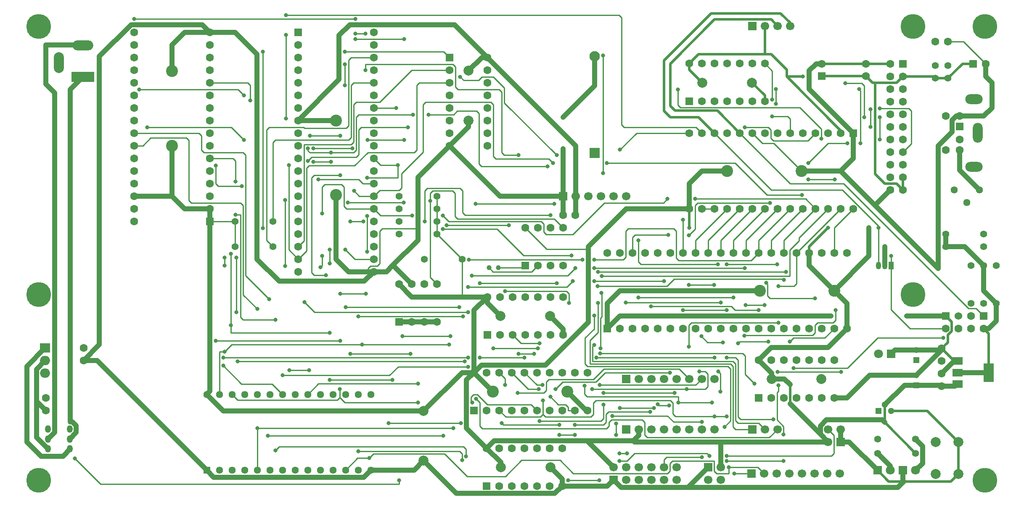
<source format=gbr>
%TF.GenerationSoftware,Novarm,DipTrace,4.3.0.4*%
%TF.CreationDate,2023-05-29T14:58:25+01:00*%
%FSLAX26Y26*%
%MOIN*%
%TF.FileFunction,Copper,L1,Top*%
%TF.Part,Single*%
%TA.AperFunction,Conductor*%
%ADD13C,0.03937*%
%ADD14C,0.019685*%
%ADD15C,0.01*%
%TA.AperFunction,ComponentPad*%
%ADD18C,0.055118*%
%ADD19C,0.055118*%
%ADD20R,0.062992X0.062992*%
%ADD21C,0.062992*%
%ADD22R,0.066929X0.066929*%
%ADD23C,0.066929*%
%ADD24C,0.07874*%
%ADD25R,0.051181X0.051181*%
%ADD26C,0.051181*%
%ADD27C,0.066929*%
%ADD28C,0.19685*%
%ADD29C,0.062992*%
%ADD30C,0.06*%
%ADD31R,0.047244X0.047244*%
%ADD32C,0.047244*%
%ADD33C,0.094488*%
%ADD34R,0.056693X0.056693*%
%ADD35C,0.056693*%
%ADD36O,0.137795X0.07874*%
%ADD37O,0.07874X0.15748*%
%ADD38R,0.181102X0.07874*%
%ADD39O,0.165354X0.07874*%
%ADD40O,0.07874X0.165354*%
%ADD41R,0.07874X0.075*%
%ADD42O,0.07874X0.075*%
%ADD43R,0.070866X0.070866*%
%ADD44C,0.070866*%
%ADD45R,0.041339X0.059055*%
%ADD46O,0.041339X0.059055*%
%ADD47R,0.07874X0.059055*%
%ADD48R,0.07874X0.149606*%
%TA.AperFunction,ComponentPad*%
%ADD49O,0.047244X0.06*%
%ADD50C,0.056693*%
%ADD51R,0.082677X0.082677*%
%ADD52C,0.082677*%
%TA.AperFunction,ViaPad*%
%ADD53C,0.031496*%
%TA.AperFunction,ComponentPad*%
%ADD119C,0.03937*%
G75*
G01*
%LPD*%
X7825983Y1399999D2*
D13*
X7949999D1*
X7249999Y2249999D2*
Y2399999D1*
X7732676D2*
Y2499999D1*
X8032676Y2249999D2*
X7882676Y2399999D1*
X7732676D1*
X8132676Y1949999D2*
X8032676Y2049999D1*
Y2249999D1*
Y1749999D2*
X8074999D1*
X8132676Y1807676D1*
Y1949999D1*
X8074015Y1399999D2*
D14*
Y1708661D1*
X8032676Y1749999D1*
X7949999Y1399999D2*
D13*
X8074015D1*
X5999999Y2999999D2*
X5799999D1*
X5699999Y2899999D1*
Y2699999D1*
X4099999Y1999999D2*
X3900393D1*
X3500787D1*
X3400393Y2100393D1*
X2899999Y3399999D2*
X2599999D1*
X7124999Y2549999D2*
Y2324999D1*
X6849999Y2049999D1*
X4203346Y1849606D2*
X4099999Y1952952D1*
Y1999999D1*
X6799999Y2549999D2*
D14*
X6649999Y2399999D1*
Y2349999D1*
X6749999Y3751574D2*
X7099999D1*
X4093700Y799999D2*
D13*
X4206298Y687401D1*
Y649999D1*
X5803149Y3699999D2*
D14*
X5699802Y3803346D1*
Y3850393D1*
X1299999Y2799999D2*
D13*
X1599999D1*
X1699999Y2699999D1*
X1899999D1*
X7099999Y3751574D2*
D14*
X7152361Y3699212D1*
X7174999D1*
Y2974999D1*
X7250787Y2899212D1*
X7343306D1*
X7394094Y2848424D1*
X7999999Y2849999D2*
D13*
X7843700Y3006298D1*
Y3166535D1*
X5949999Y649999D2*
Y849999D1*
X6799999D1*
X4099999Y1999999D2*
X3993700Y1893700D1*
Y1399999D1*
X1899999Y2599999D2*
D15*
X2100393D1*
X4093700Y799999D2*
D13*
X4152755Y859054D1*
X4890944D1*
X5256380D1*
X5299999Y902674D1*
Y949999D1*
X4890944Y859054D2*
X5099999Y649999D1*
X6599999Y3749999D2*
D14*
X6597396Y3747396D1*
X6472397D1*
X6899999Y3319793D1*
Y3299999D1*
X1599999Y3199999D2*
D13*
Y2799999D1*
X5699999Y2699999D2*
D14*
Y2549999D1*
X6353346Y1349606D2*
D13*
X6453346D1*
X6499212Y1303739D1*
D14*
Y1150787D1*
D13*
X6738976Y911023D1*
Y975276D1*
X6788699Y1024999D1*
X7228936D1*
X7249999Y1003936D1*
D14*
Y1143700D1*
X5256380Y859054D2*
D13*
X5265435Y849999D1*
X5949999D1*
X3993700Y1399999D2*
X3934645Y1340944D1*
Y959054D1*
X4093700Y799999D1*
X5699999Y2699999D2*
X5199999D1*
X4899999Y2399999D1*
Y2380003D1*
Y1799999D1*
X4559054Y1459054D1*
X4052755D1*
X3993700Y1399999D1*
X3699999Y2699999D2*
D15*
Y2799999D1*
Y2599999D2*
Y2699999D1*
X3700393Y2499999D2*
X3699999Y2599999D1*
X3900393Y2299999D2*
X3700393Y2499999D1*
X4099999Y3899999D2*
D13*
X4056298D1*
X3949999Y3793700D1*
X2599999Y3399999D2*
X2924999Y3724999D1*
Y4074999D1*
X3009054Y4159054D1*
X3840944D1*
X4099999Y3899999D1*
X7700983Y1292125D2*
X7808661D1*
X7825983Y1309448D1*
X7499999Y1299999D2*
X7693109D1*
X7700983Y1292125D1*
X7249999Y1143700D2*
X7406298Y1299999D1*
X7499999D1*
X7249999Y1003936D2*
D3*
D14*
X7493700Y760235D1*
X6249999Y1499999D2*
D13*
X6353346Y1396653D1*
Y1349606D1*
X6949999Y1749999D2*
X6799999Y1599999D1*
X6349999D1*
X6249999Y1499999D1*
X6849999Y2049999D2*
X6949999Y1949999D1*
Y1749999D1*
X3900393Y1999999D2*
D15*
Y2299999D1*
X6649999Y2349999D2*
D13*
Y2249999D1*
X6849999Y2049999D1*
X7394094Y2848424D2*
D14*
Y2948424D1*
X7174999Y3699212D2*
X7344881D1*
X7394094Y3748424D1*
X5699802Y3850393D2*
X5774409Y3924999D1*
X6299999D1*
X6349999D1*
X6472397Y3802602D1*
Y3747396D1*
X6299999Y4149999D2*
Y3924999D1*
X3993700Y1399999D2*
D13*
X4143700Y1249999D1*
X3594684Y1094684D2*
X3899999Y1399999D1*
X3993700D1*
X1875491Y1225983D2*
X2006791Y1094684D1*
X3594684D1*
X1899999Y2599999D2*
Y1250491D1*
X1875491Y1225983D1*
X1899999Y2699999D2*
Y2599999D1*
X7749999Y3734251D2*
D14*
X7865747Y3849999D1*
X7951574D1*
X7649999Y3734251D2*
X7749999D1*
X7394094Y3748424D2*
X7635826D1*
X7649999Y3734251D1*
X4799999Y2799999D2*
D13*
Y3199999D1*
X4099999Y3899999D1*
X4798424Y2649999D2*
X4799999Y2651574D1*
Y2799999D1*
X6799999Y849999D2*
X6738976Y911023D1*
X2100393Y2599999D2*
D15*
Y2399999D1*
X4899999Y2380003D2*
X4569996D1*
X4399999Y2549999D1*
X593700Y1593700D2*
D13*
X449999Y1449999D1*
Y849999D1*
X563857Y736141D1*
X736141D1*
X793700Y793700D1*
X790550Y794291D1*
X5995432Y739964D2*
D15*
X6828463D1*
X6848463Y759964D1*
Y901535D1*
X6799999Y949999D1*
X5145432Y698464D2*
X5206924D1*
X5268424Y759964D1*
X5840708D1*
X5860708Y739964D1*
X4739133Y546499D2*
X4985432D1*
X829172Y718539D2*
X1032318Y515393D1*
X3400680D1*
Y546499D1*
X3400681Y530751D1*
X3400680Y530753D1*
X2934074Y2963937D2*
X2728093D1*
X2708093Y2943937D1*
Y2190433D1*
X2728093Y2170433D1*
X2818837D1*
X2694648Y3277244D2*
X2934074D1*
X5799999Y3299999D2*
X5753500Y3346499D1*
X5183326D1*
X5163326Y3366499D1*
Y4215236D1*
X5143326Y4235236D1*
X2502759D1*
Y3415748D2*
Y4077244D1*
X2221085Y3557244D2*
Y3679999D1*
X2201085Y3699999D1*
X1899999D1*
X5249999Y2349999D2*
Y2472129D1*
X5269999Y2492129D1*
X5533227D1*
X3799999Y3699999D2*
X3560239D1*
X3540239Y3680000D1*
Y3166496D1*
X3520239Y3146496D1*
X3154054D1*
X3048302Y3040744D1*
X2686499D1*
X2666499Y3020744D1*
Y2366499D1*
X2599999Y2299999D1*
X2526180Y2373818D1*
Y3046496D1*
X2370487Y1983070D2*
X2184109Y2169448D1*
Y3126496D1*
X2164109Y3146496D1*
X1853503D1*
X1833503Y3166496D1*
Y3279999D1*
X1813503Y3299999D1*
X1299999D1*
X2849585Y1713980D2*
X2067735D1*
Y1775476D1*
X2849585Y1342992D2*
X3347995D1*
X2974684Y2375968D2*
X3050653Y2299999D1*
X3199999D1*
X2849585Y2265129D2*
Y2375968D1*
X2067735Y1775476D2*
Y2341692D1*
X2929585Y1269330D2*
Y1200511D1*
X2909743Y1180669D1*
X2120806D1*
X2075491Y1225983D1*
X3549251Y1160669D2*
X2969427D1*
X2929585Y1200511D1*
X2933999Y1652488D2*
X1945432D1*
X3136987Y2024570D2*
X2933999D1*
X3980078Y1160669D2*
X3969330Y1171417D1*
Y1205318D1*
X3989330Y1225318D1*
X4020790D1*
X4099609Y1146499D1*
X4447200D1*
X4493700Y1099999D1*
X1975491Y1225983D2*
Y1565240D1*
X2016987D1*
Y2310944D2*
Y2249448D1*
X3106239Y1621736D2*
X3795747D1*
X2016987Y1565240D2*
X2073483Y1621736D1*
X3106239D1*
X3012991Y1549496D2*
X3489251D1*
X3116987Y2599999D2*
X3012991D1*
X5151534Y3167401D2*
X5284133Y3299999D1*
X5699999D1*
X2677247Y3177244D2*
Y3159488D1*
X2692995Y3143740D1*
X2861830D1*
X4577243Y3034685D2*
X4054684D1*
X4034684Y3054685D1*
Y3454370D1*
X4014684Y3474370D1*
X3860433D1*
X3832562Y3446499D1*
X3632483D1*
X2861830Y3071492D2*
X2718837D1*
X2861830Y3143740D2*
X3041180D1*
X3061180Y3163740D1*
Y3426499D1*
X3081180Y3446499D1*
X3509491D1*
X2677247Y3077244D2*
X2707995Y3107992D1*
X3061180D1*
X3081180Y3127992D1*
Y3326496D1*
X3101180Y3346496D1*
X3469491D1*
X4649487Y3123740D2*
X4234684Y3538543D1*
Y3658310D1*
X4146495Y3746499D1*
X4058270D1*
X4031101Y3719330D1*
X3912054D1*
X3884885Y3746499D1*
X2686499Y1420118D2*
X2529585D1*
X5499999Y2125393D2*
X4945432D1*
X3945826Y2077248D2*
X4729098D1*
X4777243Y2125393D1*
X2649585Y1959133D2*
X2731081Y1877637D1*
X3945826D1*
X2495432Y2769519D2*
Y2246496D1*
X5021928Y1239173D2*
X5582282D1*
X4513818Y1016811D2*
X5001928D1*
X5021928Y1036811D1*
Y1145433D1*
X2360334Y897251D2*
X3749030D1*
X2275491Y625983D2*
Y958744D1*
X4340200Y1238744D2*
X4547444D1*
X4567444Y1258744D1*
Y1326181D1*
X4587444Y1346181D1*
X4940200D1*
X5023231Y1429212D1*
X5620787D1*
X5699999Y1349999D1*
X2275491Y958744D2*
X3830526D1*
X2102613Y2915748D2*
Y3079999D1*
X2082613Y3099999D1*
X1899999D1*
X4991180Y1300669D2*
X5750669D1*
X5799999Y1349999D1*
X2418837Y780358D2*
X2449585Y811106D1*
X3910904D1*
X3930904Y791106D1*
Y735118D1*
X2102613Y2653307D2*
X2142956D1*
Y1837157D1*
X2162956Y1817157D1*
X2418837D1*
X2109231Y1878952D2*
Y2310944D1*
X1946495Y3040480D2*
Y2897244D1*
X1966495Y2877244D1*
X2153361D1*
X3918924Y1487999D2*
X2118837D1*
X4501696Y1590988D2*
X4146499D1*
X5899999Y1519960D2*
X4964487D1*
X2320432Y2546496D2*
Y3946499D1*
X2970432D2*
X3753500D1*
X3799999Y3899999D1*
X2599999Y2399999D2*
X2646499Y2446499D1*
Y3207992D1*
X3021180D1*
X3041180Y3227992D1*
Y3526496D1*
X3061180Y3546496D1*
X3246188D1*
X3499692Y3799999D1*
X3799999D1*
X2275491Y1903649D2*
X2162956Y2016184D1*
Y2726496D1*
X2142956Y2746496D1*
X1754684D1*
X1734684Y2766496D1*
Y3242244D1*
X1714684Y3262244D1*
X1431319D1*
X1369075Y3199999D1*
X1299999D1*
X6357046Y3566141D2*
Y3793149D1*
X6299802Y3850393D1*
X6357046Y3431744D2*
X6479998D1*
X6499999Y3411743D1*
Y3299999D1*
X7199999Y2249999D2*
Y2549999D1*
X5899999Y3299999D2*
D14*
X5774999Y3424999D1*
X5549999D1*
X5499999Y3474999D1*
Y3874999D1*
X5874999Y4249999D1*
X6424999D1*
X6499999Y4174999D1*
Y4149999D1*
X7199999Y2549999D2*
D15*
Y2562637D1*
X6912637Y2849999D1*
X6349999D1*
X5899999Y3299999D1*
X6399999Y4149999D2*
D14*
X6348818Y4201180D1*
X5901180D1*
X5549999Y3849999D1*
Y3513974D1*
X5587006Y3476968D1*
X5923031D1*
X6099999Y3299999D1*
D15*
X6499999Y2899999D1*
X6924999D1*
X7915354Y1909645D1*
X7973031D1*
X8032676Y1849999D1*
X6746495Y3254566D2*
Y3331165D1*
X6575849Y3501811D1*
X5631849D1*
X5611849Y3521811D1*
Y3646499D1*
X5396495Y1926181D2*
X6033617D1*
X6064365Y1895433D1*
X6249999D1*
X5749999Y2349999D2*
Y2449999D1*
X5999999Y2699999D1*
X6193700Y599999D2*
X6055711D1*
X5849999Y2349999D2*
Y2449999D1*
X6099999Y2699999D1*
X6293700Y599999D2*
X6245235Y648464D1*
X6014215D1*
X2970432Y3677244D2*
Y3846496D1*
X7137676Y3487165D2*
Y3348425D1*
X5796495Y1687066D2*
X5843321Y1640240D1*
X5965747D1*
X3163507Y721881D2*
X3071389D1*
X2975491Y625983D1*
X6014215Y648464D2*
Y598468D1*
X5918467D1*
X5898467Y618468D1*
Y698468D1*
X5568463D1*
X5548463Y678468D1*
Y618464D1*
X5528463Y598464D1*
X4781338D1*
X4675432Y704370D1*
X4370759D1*
X4242058Y575669D1*
X3939251D1*
X3759566Y755354D1*
X3196980D1*
X3163507Y721881D1*
X5949999Y2349999D2*
Y2449999D1*
X6199999Y2699999D1*
X3075491Y775354D2*
X3880156D1*
X3900156Y755354D1*
Y704370D1*
X6859684Y1895433D2*
Y1816496D1*
X6839684Y1796496D1*
X6716495D1*
X6696495Y1776496D1*
Y1714685D1*
X6676495Y1694685D1*
X6138429D1*
X6136495Y1692751D1*
X5996495Y2259133D2*
X6396495D1*
X3438743Y4046496D2*
X3054487D1*
X3150432Y3246496D2*
X3438743D1*
X6049999Y2349999D2*
Y2449999D1*
X6299999Y2699999D1*
X3147735Y2946496D2*
X3390184D1*
Y3046496D1*
X6935589Y3695433D2*
X7067987D1*
X7087987Y3675433D1*
Y3425669D1*
X3054487Y4204488D2*
X1299999D1*
X3133503Y4087992D2*
X3054487D1*
X3147735Y2640480D2*
Y2359519D1*
X7210589Y3248425D2*
Y3425669D1*
X3390184Y3046496D2*
X3253503D1*
X3199999Y3099999D1*
X6149999Y2349999D2*
Y2449999D1*
X6399999Y2699999D1*
X6296495Y1936929D2*
X6147243D1*
X6139251Y2228385D2*
X4945432D1*
X3976574Y2169059D2*
X4737917D1*
X4797243Y2228385D1*
X3075491Y1846889D2*
X3907987D1*
X7210589Y3494921D2*
X7440593D1*
X7460593Y3474921D1*
Y3214924D1*
X7394094Y3148424D1*
X6249999Y2349999D2*
Y2449999D1*
X6499999Y2699999D1*
X2758837Y2933188D2*
X3080393D1*
X3113582Y2899999D1*
X3199999D1*
X3877243Y1919133D2*
X2975491D1*
X4854566Y2296499D2*
X3953704D1*
X6249999Y2349999D2*
X6189881Y2289881D1*
X5616495D1*
X5596495Y2309881D1*
Y2522877D1*
X5576495Y2542877D1*
X5216495D1*
X5196495Y2522877D1*
Y2316499D1*
X5176495Y2296499D1*
X4945432D1*
X6311062Y2112244D2*
X6321692Y2101614D1*
Y2007755D1*
X6341692Y1987755D1*
X6696499D1*
X6349999Y2349999D2*
Y2449999D1*
X6599999Y2699999D1*
X6594995Y2807996D2*
X6316491D1*
X6062243Y3062244D1*
X5047834D1*
X3043739Y2841496D2*
X3085236Y2799999D1*
X3199999D1*
X2718743Y3177244D2*
X3030432D1*
X1403003Y3346496D2*
X2070337D1*
X2170337Y3246496D1*
X3199999Y2799999D2*
X3246496Y2846496D1*
X3400932D1*
X3420932Y2866496D1*
Y2979657D1*
X3590987Y3149712D1*
Y3526499D1*
X3610987Y3546499D1*
X4126495D1*
X4146495Y3526499D1*
Y3114685D1*
X4166495Y3094685D1*
X4586298D1*
X4618739Y3062244D1*
X6449999Y2349999D2*
Y2449999D1*
X6699999Y2699999D1*
X1340479Y3646496D2*
X2122581D1*
X2170337Y3598740D1*
X2789585Y2326625D2*
Y2248479D1*
X2775491Y2234385D1*
X2789585Y2661472D2*
Y2871692D1*
X2809585Y2891692D1*
X2942243D1*
X2962243Y2871692D1*
Y2719999D1*
X2982243Y2699999D1*
X3199999D1*
X5527243Y2777248D2*
X5496494Y2746499D1*
X5027781D1*
X4775967Y2494685D1*
X4566495D1*
X4546495Y2514685D1*
Y2579192D1*
X4526495Y2599192D1*
X3794197D1*
X3746893Y2646496D1*
X6699999Y2699999D2*
X6622751Y2777248D1*
X5745432D1*
X3199999Y2699999D2*
X3253503Y2646496D1*
X3504566D1*
X8049999Y3849999D2*
D13*
Y3749999D1*
X8099999Y3699999D1*
Y3499999D1*
X8034251Y3434251D1*
X7843700D1*
X7299999Y1549999D2*
X7328739Y1578739D1*
X7499999D1*
X4599999Y649999D2*
X4693700Y556298D1*
Y499999D1*
X1599999Y3790550D2*
Y3999999D1*
X1699999Y4099999D1*
X1899999D1*
X899999Y1495275D2*
X1006200D1*
X1875491Y625983D1*
X7299999Y1093700D2*
D14*
X7588188D1*
X7832283Y849606D1*
X1899999Y4099999D2*
D13*
X1840944Y4159054D1*
X1275537D1*
X1024999Y3908516D1*
Y1620275D1*
X899999Y1495275D1*
X3949999Y3399999D2*
Y3349999D1*
X3799999Y3199999D1*
X3400393Y1800393D2*
X3500393D1*
X7674999Y2224999D2*
X7174999Y2724999D1*
X6899999Y2999999D1*
X6590550D1*
X3500393Y2100393D2*
X3350393Y2250393D1*
X3549999Y2449999D1*
Y2542559D1*
Y2949999D1*
X3799999Y3199999D1*
X7393700Y624606D2*
Y542913D1*
X7399999Y536613D1*
D14*
X7281692D1*
X7193700Y624606D1*
X6196850Y3699999D2*
X6299802Y3597046D1*
Y3550393D1*
X7700983Y1390550D2*
D13*
X7800983Y1490550D1*
X7825983D1*
X4734251Y1249999D2*
X4884251Y1099999D1*
X4893700D1*
X6259448Y2049999D2*
X5149999D1*
X5049999Y1949999D1*
Y1749999D1*
X593700Y1493700D2*
X526771Y1426771D1*
Y1173228D1*
Y884842D1*
X617322Y794291D1*
X7294094Y2848424D2*
X7174999Y2729330D1*
Y2724999D1*
X599999Y1099999D2*
X526771Y1173228D1*
X6849999Y1199999D2*
X6949999D1*
X4699999Y3174999D2*
Y2799999D1*
X4597046Y1849606D2*
X4699999Y1746653D1*
Y1699999D1*
X3199999Y2199999D2*
X3299999D1*
X3350393Y2250393D1*
X4949999Y3909524D2*
Y3674999D1*
X4699999Y3424999D1*
X6899999Y2999999D2*
X6999999Y3099999D1*
Y3299999D1*
X7843700Y3434251D2*
X7816141D1*
X7784645Y3402755D1*
Y3309645D1*
X7674999Y3199999D1*
Y2224999D1*
X7732676Y1849999D2*
X7424999D1*
X7700983Y1590550D2*
D14*
X7749999Y1639566D1*
Y1697725D1*
X7781889Y1729615D1*
Y1800787D1*
X7732676Y1849999D1*
X7499999Y1578739D2*
D13*
X7689172D1*
X7700983Y1590550D1*
X5099999Y549999D2*
X5161023Y488976D1*
X5688976D1*
X5849999Y649999D1*
X4899999Y499999D2*
X5049999D1*
X5099999Y549999D1*
X4693700Y499999D2*
X4899999D1*
X3199999Y2199999D2*
X3153503D1*
X2999999D1*
X2899999Y2299999D1*
Y2809448D1*
X1899999Y4099999D2*
X2099999D1*
X2274999Y3924999D1*
Y2299999D1*
X2449999Y2124999D1*
X3124999D1*
X3199999Y2199999D1*
X3594684Y700983D2*
X3854724Y440944D1*
X4634645D1*
X4693700Y499999D1*
X3175491Y625983D2*
X3519684D1*
X3594684Y700983D1*
X1875491Y625983D2*
X1931397Y570078D1*
X3119586D1*
X3175491Y625983D1*
X7832283Y593700D2*
D14*
X7775196Y536613D1*
X7399999D1*
D13*
X7352361Y488976D1*
X5688976D1*
X7832283Y849606D2*
D14*
Y593700D1*
X4699999Y2799999D2*
D13*
Y2649999D1*
X3799999Y3199999D2*
X4199999Y2799999D1*
X4699999D1*
X3600393Y1800393D2*
X3700393D1*
X3500393D2*
X3600393D1*
X7099999Y3849999D2*
D14*
X7292519D1*
X7294094Y3848424D1*
X6749999Y3849999D2*
X7099999D1*
X6999999Y3299999D2*
D13*
X6649999Y3649999D1*
Y3794541D1*
X6705457Y3849999D1*
X6749999D1*
X6899999Y849999D2*
Y949999D1*
X7193700Y624606D2*
X6968306Y849999D1*
X6899999D1*
X5049999Y1749999D2*
X5149999Y1849999D1*
X6824999D1*
X7700983Y1590550D2*
D14*
X7800983Y1490550D1*
X7825983D1*
X7499999Y1378739D2*
D13*
X7700983Y1579724D1*
Y1590550D1*
X6949999Y1199999D2*
X7128739Y1378739D1*
X7499999D1*
X3549999Y2542559D2*
D15*
X3266499D1*
X3246499Y2522559D1*
Y2266496D1*
X3226499Y2246496D1*
X3173503D1*
X3153503Y2226496D1*
Y2199999D1*
X6590550Y2999999D2*
X6370551Y3219999D1*
X6280000D1*
X6199999Y3299999D1*
X8049999Y3849999D2*
X7874999Y4024999D1*
X7749212D1*
X5899999Y2699999D2*
X5799999D1*
X3604684Y2599999D2*
Y2842559D1*
X3624684Y2862559D1*
X3883404D1*
X3903404Y2842559D1*
Y2669940D1*
X3923404Y2649940D1*
X4599999D1*
X4976180Y2197633D2*
X6465747D1*
X6448463Y908129D2*
Y972480D1*
X6396499Y1024444D1*
Y1240890D1*
X6407719Y1252110D1*
Y1297248D1*
X5995432Y698468D2*
X6448463D1*
X4699999Y2549999D2*
X4630807Y2619192D1*
X3865314D1*
X3845314Y2639192D1*
Y2822559D1*
X3825314Y2842559D1*
X3666889D1*
X3646889Y2822559D1*
Y2762303D1*
X6086459Y1631259D2*
X6100633Y1645433D1*
X6327243D1*
X4974774Y2084688D2*
X5523372D1*
X5581676Y2142992D1*
X6443144D1*
X6449999Y2136137D1*
X3646889Y2762303D2*
Y2153896D1*
X3700393Y2100393D1*
X4976180Y1953507D2*
Y1717637D1*
X4913739Y1655196D1*
Y1469212D1*
X6027243D1*
X6047243Y1449212D1*
Y969999D1*
X6067243Y949999D1*
X6199999D1*
X4240479Y2046499D2*
X4726499D1*
X4746499Y2026499D1*
Y1953507D1*
X4945432Y1620248D2*
X4933739Y1608555D1*
Y1489212D1*
X6047243D1*
X6067243Y1469212D1*
Y1018464D1*
X6087243Y998464D1*
X6251535D1*
X6299999Y949999D1*
X4039141Y2107996D2*
X4651420D1*
X4009420Y1191417D2*
X4040200Y1160637D1*
Y973740D1*
X4060200Y953740D1*
X5042676D1*
X5062676Y973740D1*
Y1006181D1*
X5082676Y1026181D1*
X5328463D1*
X5348463Y1006181D1*
Y904685D1*
X5368463Y884685D1*
X6334685D1*
X6399999Y949999D1*
X3427759Y1688188D2*
X3808385D1*
X4271227Y2568444D2*
X3777637D1*
X6387794Y3647637D2*
Y3532559D1*
X5949999Y1956929D2*
X5196495D1*
X5296495Y1995318D2*
X6049999D1*
X3199999Y3699999D2*
X3041181D1*
X3021180Y3679999D1*
Y3266496D1*
X3001180Y3246496D1*
X2420397D1*
X2400393Y3226491D1*
Y2599999D1*
X3199999Y3899999D2*
X3021181D1*
X3001180Y3879999D1*
Y3357755D1*
X2981180Y3337755D1*
X2650870D1*
X2642129Y3346496D1*
X2371180D1*
X2351180Y3326496D1*
Y2449212D1*
X2400393Y2399999D1*
X7193700Y760235D2*
D13*
X7293700Y660235D1*
Y624606D1*
X7493700Y871653D2*
X7548818Y816535D1*
Y679724D1*
X7493700Y624606D1*
X893700Y3745669D2*
X793700Y3645669D1*
Y1009330D1*
X811750D1*
X841731Y979348D1*
Y924212D1*
X790550Y873031D1*
X893700Y3993700D2*
X887401Y3999999D1*
X599999D1*
Y3689369D1*
X669684Y3619684D1*
Y925393D1*
X617322Y873031D1*
X5799211Y729216D2*
D15*
X5519999D1*
X5499999Y709216D1*
Y649999D1*
X5930747Y1409212D2*
X5948463Y1391496D1*
Y1248972D1*
X4945432Y1853314D2*
Y1746889D1*
X4873739Y1675196D1*
Y1469212D1*
X4893739Y1449212D1*
X6007243D1*
X6027243Y1429212D1*
Y1018031D1*
X5979211Y969999D1*
X5119881Y904488D2*
Y995433D1*
X5149999Y1118425D2*
X5419251D1*
X5206928Y759960D2*
X5145432D1*
X5449999Y1149173D2*
X5461499Y1137673D1*
X5540786D1*
X6527247Y1434728D2*
X6954684D1*
X7195113Y1675157D1*
X7714408D1*
X7732676Y1749999D2*
X7449999D1*
X7299999Y1899999D1*
Y2249999D1*
Y2324999D1*
X4513621Y1632484D2*
X4367515D1*
X4299999Y1699999D1*
X6217991Y1311220D2*
X6143503Y1385708D1*
Y1530708D1*
X6123503Y1550708D1*
X4993830D1*
X6904566Y1403980D2*
X6399393D1*
X4187007Y2232283D2*
X4382283D1*
X4399999Y2249999D1*
X4112204Y2232283D2*
X4144684Y2199802D1*
X4449802D1*
X4499999Y2249999D1*
X4346499Y1549496D2*
X4470948D1*
X3134369Y3799999D2*
Y3846499D1*
X3826495D1*
X3846495Y3826499D1*
Y3666499D1*
X3866495Y3646499D1*
X4194684D1*
X4214684Y3626499D1*
Y3145433D1*
X4234684Y3125433D1*
X4346499D1*
X6496499Y1645433D2*
X6525751Y1674685D1*
X6774685D1*
X6849999Y1749999D1*
X3549251Y1312244D2*
X2761752D1*
X2675491Y1225983D1*
X4240200Y1301496D2*
Y1353499D1*
X4193700Y1399999D1*
X6849999Y2349999D2*
Y2549999D1*
X6999999Y2699999D1*
X4795050Y984488D2*
X5021928D1*
X5041928Y1004488D1*
Y1067677D1*
X5061928Y1087677D1*
X5389908D1*
X4670948Y904488D2*
X4795050D1*
X4670948Y986062D2*
X4227882D1*
X4213704Y1000240D1*
X3317247D2*
X3889211D1*
X3199999Y3499999D2*
X3377247Y3499996D1*
X7057239Y3219173D2*
Y3635830D1*
X7045432Y3647637D1*
X6642164Y3062244D2*
X6799093Y3219173D1*
X6954566D1*
X6854566Y2930748D2*
X6642164D1*
X5296495Y2447244D2*
Y2279133D1*
X5316495Y2259133D1*
X5927243D1*
X4599763Y1207996D2*
X4661256Y1146503D1*
X4720200D1*
X4740200Y1126503D1*
Y1099999D1*
X4793700D1*
X6799999Y2699999D2*
X6569999Y2469999D1*
Y2446752D1*
X6496495Y2373248D1*
Y2166885D1*
X5005522D1*
X3746889Y2537696D2*
X4176748D1*
X4387196Y2327248D1*
X4766495D1*
X4996180Y1592204D2*
Y1830527D1*
X5006928Y1841275D1*
Y2030086D1*
X5004566Y2032448D1*
X5799999Y1009212D2*
X5575393D1*
X5527676Y1056929D1*
X5089133D1*
X3437696Y2747208D2*
X2992991D1*
X2475491Y1378625D2*
X3324802D1*
X3392676Y1446499D1*
X3948267D1*
X5017085Y2980748D2*
Y3916889D1*
X4008389Y2737992D2*
X4630747D1*
X2475491Y1225983D2*
X2392145Y1309330D1*
X2151546D1*
X2006239Y1454637D1*
X4293700Y1399999D2*
X4424207Y1269492D1*
X4507353D1*
X5548463Y1398464D2*
X5032483D1*
X4960200Y1326181D1*
X4697944D1*
X4641255Y1269492D1*
X5996495Y1519960D2*
X6067243D1*
X6087243Y1499960D1*
Y1049212D1*
X6107243Y1029212D1*
X6365751D1*
X5996495Y1051480D2*
X5899999D1*
X6140479Y3346499D2*
X6326495D1*
X6346495Y3326499D1*
Y3259999D1*
X6366495Y3239999D1*
X6639999D1*
X6699999Y3299999D1*
X5649999Y2349999D2*
Y2611496D1*
Y1895433D2*
X5996495D1*
X5899999Y1051480D2*
X5591534D1*
X5571534Y1071480D1*
Y1159921D1*
X5551534Y1179921D1*
X4960200D1*
X4940200Y1159921D1*
Y1067559D1*
X4920200Y1047559D1*
X4560042D1*
X4540200Y1067401D1*
X4520357Y1047559D1*
X4246140D1*
X4193700Y1099999D1*
X4540200Y1067401D2*
Y1177248D1*
X4868936Y1295433D2*
Y1228425D1*
X4888936Y1208425D1*
X5613030D1*
Y1163228D1*
X5696495Y2095433D2*
X5896495D1*
X6340479Y2746499D2*
X5766495D1*
X5746495Y2726499D1*
Y2539999D1*
X5696495Y2489999D1*
X3948267Y1518748D2*
X2006239D1*
X4393700D2*
X4039133D1*
X4393700Y1399999D2*
X4492322Y1301377D1*
X4536696D1*
X5613030Y1163228D2*
X5879211D1*
X6549999Y2349999D2*
X6899999Y2699999D1*
X4929684Y1269921D2*
X5679211D1*
X6408507Y1796496D2*
X5716495D1*
X5696495Y1776496D1*
Y1605539D1*
X6549999Y2349999D2*
Y2105389D1*
X6529999Y2085389D1*
X6408507D1*
X5679211Y1269921D2*
X5828463D1*
X5848463Y1289921D1*
Y1389212D1*
X5828463Y1409212D1*
X5779211D1*
D53*
X6824999Y1849999D3*
X4899999Y499999D3*
X4699999Y3424999D3*
X7424999Y1849999D3*
X6949999Y1199999D3*
X7674999Y2224999D3*
X4699999Y3174999D3*
X5699999Y2549999D3*
X6599999Y3749999D3*
X6799999Y2549999D3*
X7124999D3*
X7199999D3*
X7949999Y1399999D3*
X7249999Y2399999D3*
X7299999Y2324999D3*
X5995432Y739964D3*
X5860708D3*
X5145432Y698464D3*
X4985432Y546499D3*
X4739133D3*
X3400680D3*
X829172Y718539D3*
X2818837Y2170433D3*
X2934074Y2963937D3*
Y3277244D3*
X2694648D3*
X2502759Y4235236D3*
Y4077244D3*
Y3415748D3*
X2221085Y3557244D3*
X5533227Y2492129D3*
X2526180Y3046496D3*
X2370487Y1983070D3*
X2067735Y1775476D3*
X3347995Y1342992D3*
X2849585D3*
X2067735Y2341692D3*
X2974684Y2375968D3*
X2849585D3*
Y2265129D3*
Y1713980D3*
X2929585Y1269330D3*
X1945432Y1652488D3*
X2933999D3*
Y2024570D3*
X3136987D3*
X3549251Y1160669D3*
X3980078D3*
X2016987Y1565240D3*
Y2249448D3*
Y2310944D3*
X3795747Y1621736D3*
X3106239D3*
X3489251Y1549496D3*
X3012991D3*
Y2599999D3*
X3116987D3*
X5151534Y3167401D3*
X3509491Y3446499D3*
X3632483D3*
X4577243Y3034685D3*
X2718837Y3071492D3*
X2861830D3*
Y3143740D3*
X2677247Y3177244D3*
X3469491Y3346496D3*
X3884885Y3746499D3*
X4649487Y3123740D3*
X2529585Y1420118D3*
X2686499D3*
X2677247Y3077244D3*
X4945432Y2125393D3*
X4777243D3*
X3945826Y2077248D3*
Y1877637D3*
X2649585Y1959133D3*
X5499999Y2125393D3*
X2495432Y2246496D3*
Y2769519D3*
X5582282Y1239173D3*
X5021928D3*
Y1145433D3*
X4513818Y1016811D3*
X3749030Y897251D3*
X2360334D3*
X2275491Y958744D3*
X3830526D3*
X4340200Y1238744D3*
X2102613Y2915748D3*
X4991180Y1300669D3*
X3930904Y735118D3*
X2418837Y1817157D3*
X2102613Y2653307D3*
X2418837Y780358D3*
X2109231Y2310944D3*
Y1878952D3*
X2153361Y2877244D3*
X1946495Y3040480D3*
X2118837Y1487999D3*
X3918924D3*
X4146499Y1590988D3*
X4501696D3*
X4964487Y1519960D3*
X5899999D3*
X2320432Y3946499D3*
X2970432D3*
X2320432Y2546496D3*
X2275491Y1903649D3*
X6357046Y3566141D3*
Y3431744D3*
X5611849Y3646499D3*
X6746495Y3254566D3*
X6249999Y1895433D3*
X5396495Y1926181D3*
X6055711Y599999D3*
X3163507Y721881D3*
X2970432Y3846496D3*
Y3677244D3*
X7137676Y3348425D3*
Y3487165D3*
X5965747Y1640240D3*
X5796495Y1687066D3*
X6014215Y648464D3*
X3900156Y704370D3*
X3075491Y775354D3*
X6136495Y1692751D3*
X6859684Y1895433D3*
X6396495Y2259133D3*
X5996495D3*
X3054487Y4046496D3*
X3438743D3*
Y3246496D3*
X3150432D3*
X3390184Y3046496D3*
X7087987Y3425669D3*
X6935589Y3695433D3*
X1299999Y4204488D3*
X3054487D3*
Y4087992D3*
X3133503D3*
X3147735Y2359519D3*
Y2640480D3*
Y2946496D3*
X7210589Y3425669D3*
Y3248425D3*
X6147243Y1936929D3*
X6296495D3*
X4945432Y2228385D3*
X4797243D3*
X3976574Y2169059D3*
X3907987Y1846889D3*
X7210589Y3494921D3*
X3075491Y1846889D3*
X6139251Y2228385D3*
X2758837Y2933188D3*
X6696499Y1987755D3*
X6311062Y2112244D3*
X2975491Y1919133D3*
X3877243D3*
X3953704Y2296499D3*
X4854566D3*
X4945432D3*
X5047834Y3062244D3*
X4618739D3*
X3043739Y2841496D3*
X3030432Y3177244D3*
X2718743D3*
X2170337Y3246496D3*
X1403003Y3346496D3*
X6594995Y2807996D3*
X2170337Y3598740D3*
X1340479Y3646496D3*
X2775491Y2234385D3*
X2789585Y2326625D3*
X3504566Y2646496D3*
X3746893D3*
X5527243Y2777248D3*
X5745432D3*
X2789585Y2661472D3*
X4599999Y2649940D3*
X6465747Y2197633D3*
X4976180D3*
X6407719Y1297248D3*
X6448463Y908129D3*
Y698468D3*
X5995432D3*
X3604684Y2599999D3*
X6327243Y1645433D3*
X6086459Y1631259D3*
X6449999Y2136137D3*
X4974774Y2084688D3*
X3646889Y2762303D3*
X4976180Y1953507D3*
X4746499D3*
X4240479Y2046499D3*
X4945432Y1620248D3*
X4651420Y2107996D3*
X4039141D3*
X4009420Y1191417D3*
X3427759Y1688188D3*
X3808385D3*
X3777637Y2568444D3*
X4271227D3*
X6387794Y3532559D3*
Y3647637D3*
X5196495Y1956929D3*
X5949999D3*
X6049999Y1995318D3*
X5296495D3*
X5799211Y729216D3*
X5948463Y1248972D3*
X5930747Y1409212D3*
X5979211Y969999D3*
X4945432Y1853314D3*
X5119881Y995433D3*
Y904488D3*
X5419251Y1118425D3*
X5149999D3*
X5145432Y759960D3*
X5206928D3*
X5540786Y1137673D3*
X5449999Y1149173D3*
X7714408Y1675157D3*
X6527247Y1434728D3*
X4513621Y1632484D3*
X4993830Y1550708D3*
X6217991Y1311220D3*
X6399393Y1403980D3*
X6904566D3*
X4470948Y1549496D3*
X4346499D3*
Y3125433D3*
X3134369Y3799999D3*
X6496499Y1645433D3*
X3549251Y1312244D3*
X4240200Y1301496D3*
X5389908Y1087677D3*
X4795050Y984488D3*
Y904488D3*
X4670948D3*
X4213704Y1000240D3*
X3889211D3*
X3317247D3*
X3377247Y3499996D3*
X7045432Y3647637D3*
X7057239Y3219173D3*
X6954566D3*
X6642164Y3062244D3*
Y2930748D3*
X6854566D3*
X4670948Y986062D3*
X5927243Y2259133D3*
X5296495Y2447244D3*
X4599763Y1207996D3*
X4766495Y2327248D3*
X3746889Y2537696D3*
X5004566Y2032448D3*
X4996180Y1592204D3*
X5089133Y1056929D3*
X5799999Y1009212D3*
X5005522Y2166885D3*
X2992991Y2747208D3*
X3437696D3*
X3948267Y1446499D3*
X2475491Y1378625D3*
X5017085Y3916889D3*
Y2980748D3*
X4630747Y2737992D3*
X4008389D3*
X2006239Y1454637D3*
X4507353Y1269492D3*
X4641255D3*
X5548463Y1398464D3*
X6365751Y1029212D3*
X5996495Y1519960D3*
X6140479Y3346499D3*
X5649999Y2611496D3*
X5996495Y1051480D3*
Y1895433D3*
X5649999D3*
X4540200Y1177248D3*
X5899999Y1051480D3*
X5879211Y1163228D3*
X5896495Y2095433D3*
X5696495D3*
Y2489999D3*
X6340479Y2746499D3*
X2006239Y1518748D3*
X3948267D3*
X4039133D3*
X4393700D3*
X4536696Y1301377D3*
X4868936Y1295433D3*
X5613030Y1163228D3*
X5779211Y1409212D3*
X5696495Y1605539D3*
X6408507Y1796496D3*
Y2085389D3*
X4929684Y1269921D3*
X5679211D3*
D18*
X7932676Y2249999D3*
D19*
Y1949999D3*
D20*
X5699802Y3550393D3*
D21*
X5799802D3*
X5899802D3*
X5999802D3*
X6099802D3*
X6199802D3*
X6299802D3*
Y3850393D3*
X6199802D3*
X6099802D3*
X5999802D3*
X5899802D3*
X5799802D3*
X5699802D3*
D20*
X1899999Y2599999D3*
D21*
Y2699999D3*
Y2799999D3*
Y2899999D3*
Y2999999D3*
Y3099999D3*
Y3199999D3*
Y3299999D3*
Y3399999D3*
Y3499999D3*
Y3599999D3*
Y3699999D3*
Y3799999D3*
Y3899999D3*
Y3999999D3*
Y4099999D3*
X1299999D3*
Y3999999D3*
Y3899999D3*
Y3799999D3*
Y3699999D3*
Y3599999D3*
Y3499999D3*
Y3399999D3*
Y3299999D3*
Y3199999D3*
Y3099999D3*
Y2999999D3*
Y2899999D3*
Y2799999D3*
Y2699999D3*
Y2599999D3*
D18*
X3399999D3*
D19*
X3699999D3*
D20*
X5049999Y1749999D3*
D21*
X5149999D3*
X5249999D3*
X5349999D3*
X5449999D3*
X5549999D3*
X5649999D3*
X5749999D3*
X5849999D3*
X5949999D3*
X6049999D3*
X6149999D3*
X6249999D3*
X6349999D3*
X6449999D3*
X6549999D3*
X6649999D3*
X6749999D3*
X6849999D3*
X6949999D3*
Y2349999D3*
X6849999D3*
X6749999D3*
X6649999D3*
X6549999D3*
X6449999D3*
X6349999D3*
X6249999D3*
X6149999D3*
X6049999D3*
X5949999D3*
X5849999D3*
X5749999D3*
X5649999D3*
X5549999D3*
X5449999D3*
X5349999D3*
X5249999D3*
X5149999D3*
X5049999D3*
D22*
X6193700Y599999D3*
D23*
X6293700D3*
X6393700D3*
X6493700D3*
X6593700D3*
X6693700D3*
X6793700D3*
X6893700D3*
D22*
X6199999Y949999D3*
D23*
X6299999D3*
X6399999D3*
D24*
X7655117Y593700D3*
Y849606D3*
X7832283Y593700D3*
Y849606D3*
D22*
X6899999Y849999D3*
D23*
X6799999D3*
X6899999Y949999D3*
X6799999D3*
D25*
X7199999Y1093700D3*
D26*
X7249999Y1143700D3*
X7299999Y1093700D3*
D24*
X3949999Y3399999D3*
Y3793700D3*
D22*
X5099999Y549999D3*
D23*
Y649999D3*
X5199999Y549999D3*
Y649999D3*
X5299999Y549999D3*
Y649999D3*
X5399999Y549999D3*
Y649999D3*
X5499999Y549999D3*
Y649999D3*
X5599999Y549999D3*
Y649999D3*
D22*
X4699999Y2799999D3*
D27*
X4799999D3*
X4899999D3*
X4999999D3*
X5099999D3*
X5199999D3*
D28*
X543700Y4143700D3*
Y2017716D3*
X7472834Y4143700D3*
Y2017716D3*
D20*
X7394094Y3848424D3*
D29*
X7294094D3*
X7394094Y3748424D3*
X7294094D3*
X7394094Y3648424D3*
X7294094D3*
X7394094Y3548424D3*
X7294094D3*
X7394094Y3448424D3*
X7294094D3*
X7394094Y3348424D3*
X7294094D3*
X7394094Y3248424D3*
X7294094D3*
X7394094Y3148424D3*
X7294094D3*
X7394094Y3048424D3*
X7294094D3*
X7394094Y2948424D3*
X7294094D3*
X7394094Y2848424D3*
X7294094D3*
D22*
X5199999Y949999D3*
D23*
X5299999D3*
X5399999D3*
X5499999D3*
X5599999D3*
X5699999D3*
X5799999D3*
X5899999D3*
D20*
X8032676Y1849999D3*
D29*
X7932676D3*
D30*
X7832676D3*
D20*
X7732676D3*
D29*
Y1749999D3*
X7832676D3*
X7932676D3*
X8032676D3*
X4699999Y2649999D3*
X4798424D3*
D20*
X2599999Y4099999D3*
D21*
Y3999999D3*
Y3899999D3*
Y3799999D3*
Y3699999D3*
Y3599999D3*
Y3499999D3*
Y3399999D3*
Y3299999D3*
Y3199999D3*
Y3099999D3*
Y2999999D3*
Y2899999D3*
Y2799999D3*
Y2699999D3*
Y2599999D3*
Y2499999D3*
Y2399999D3*
Y2299999D3*
Y2199999D3*
X3199999D3*
Y2299999D3*
Y2399999D3*
Y2499999D3*
Y2599999D3*
Y2699999D3*
Y2799999D3*
Y2899999D3*
Y2999999D3*
Y3099999D3*
Y3199999D3*
Y3299999D3*
Y3399999D3*
Y3499999D3*
Y3599999D3*
Y3699999D3*
Y3799999D3*
Y3899999D3*
Y3999999D3*
Y4099999D3*
D18*
X2100393Y2599999D3*
D19*
X2400393D3*
D31*
X7499999Y1499999D3*
D32*
Y1578739D3*
D18*
X8032676Y2399999D3*
D19*
X7732676D3*
D18*
X8032676Y1949999D3*
D19*
Y2249999D3*
D33*
X1599999Y3199999D3*
Y3790550D3*
X4143700Y1249999D3*
X4734251D3*
D20*
X4099999Y1699999D3*
D21*
X4199999D3*
X4299999D3*
X4399999D3*
X4499999D3*
X4599999D3*
X4699999D3*
Y1999999D3*
X4599999D3*
X4499999D3*
X4399999D3*
X4299999D3*
X4199999D3*
X4099999D3*
D18*
X7193700Y871653D3*
D19*
X7493700D3*
D18*
X7649999Y3834251D3*
D19*
Y3734251D3*
D29*
X7099999Y3751574D3*
Y3849999D3*
D34*
X1875491Y625983D3*
D35*
X1975491D3*
X2075491D3*
X2175491D3*
X2275491D3*
X2375491D3*
X2475491D3*
X2575491D3*
X2675491D3*
X2775491D3*
X2875491D3*
X2975491D3*
X3075491D3*
X3175491D3*
Y1225983D3*
X3075491D3*
X2975491D3*
X2875491D3*
X2775491D3*
X2675491D3*
X2575491D3*
X2475491D3*
X2375491D3*
X2275491D3*
X2175491D3*
X2075491D3*
X1975491D3*
X1875491D3*
D20*
X4093700Y499999D3*
D21*
X4193700D3*
X4293700D3*
X4393700D3*
X4493700D3*
X4593700D3*
X4693700D3*
Y799999D3*
X4593700D3*
X4493700D3*
X4393700D3*
X4293700D3*
X4193700D3*
X4093700D3*
D20*
X6249999Y1199999D3*
D21*
X6349999D3*
X6449999D3*
X6549999D3*
X6649999D3*
X6749999D3*
X6849999D3*
Y1499999D3*
X6749999D3*
X6649999D3*
X6549999D3*
X6449999D3*
X6349999D3*
X6249999D3*
D20*
X7843700Y3351574D3*
D29*
Y3249212D3*
Y3434251D3*
Y3166535D3*
X7733464Y3434251D3*
Y3166535D3*
D36*
X7955905Y3030708D3*
D37*
X7987401Y3300393D3*
D36*
X7955905Y3570078D3*
D29*
X599999Y1099999D3*
Y1198424D3*
D20*
X6749999Y3751574D3*
D29*
Y3849999D3*
D18*
X7749999Y3834251D3*
D19*
Y3734251D3*
D18*
X3399999Y2799999D3*
D19*
X3699999D3*
D28*
X543700Y543700D3*
D33*
X5999999Y2999999D3*
X6590550D3*
D22*
X6199999Y4149999D3*
D23*
X6299999D3*
X6399999D3*
X6499999D3*
D22*
X5199999Y1349999D3*
D23*
X5299999D3*
X5399999D3*
X5499999D3*
X5599999D3*
X5699999D3*
X5799999D3*
X5899999D3*
D31*
X7499999Y1299999D3*
D32*
Y1378739D3*
D24*
X4203346Y1849606D3*
X4597046D3*
X6196850Y3699999D3*
X5803149D3*
X6747046Y1349606D3*
X6353346D3*
D38*
X893700Y3745669D3*
D39*
Y3993700D3*
D40*
X704724Y3859842D3*
D41*
X593700Y1593700D3*
D42*
Y1493700D3*
Y1393700D3*
D20*
X7951574Y3849999D3*
D29*
X8049999D3*
X7700983Y1292125D3*
Y1390550D3*
D43*
X7299999Y1549999D3*
D44*
X7199999D3*
D45*
X7299999Y2249999D3*
D46*
X7249999D3*
X7199999D3*
D18*
X7493700Y760235D3*
D19*
X7193700D3*
D29*
X7749212Y4024999D3*
X7650787D3*
D18*
X3900393Y2299999D3*
D19*
X3600393D3*
D18*
X3700393Y2499999D3*
D19*
X3400393D3*
D18*
X8032676D3*
D19*
X7732676D3*
D20*
X4399999Y2249999D3*
D21*
X4499999D3*
X4599999D3*
X4699999D3*
Y2549999D3*
X4599999D3*
X4499999D3*
X4399999D3*
D47*
X7825983Y1490550D3*
Y1399999D3*
D48*
X8074015D3*
D47*
X7825983Y1309448D3*
D29*
X899999Y1593700D3*
Y1495275D3*
D49*
X617322Y951771D3*
Y873031D3*
Y794291D3*
X790550Y951771D3*
Y873031D3*
Y794291D3*
D20*
X3993700Y1099999D3*
D21*
X4093700D3*
X4193700D3*
X4293700D3*
X4393700D3*
X4493700D3*
X4593700D3*
X4693700D3*
X4793700D3*
X4893700D3*
Y1399999D3*
X4793700D3*
X4693700D3*
X4593700D3*
X4493700D3*
X4393700D3*
X4293700D3*
X4193700D3*
X4093700D3*
X3993700D3*
D24*
X3594684Y700983D3*
Y1094684D3*
D20*
X3799999Y3899999D3*
D21*
Y3799999D3*
Y3699999D3*
Y3599999D3*
Y3499999D3*
Y3399999D3*
Y3299999D3*
Y3199999D3*
X4099999D3*
Y3299999D3*
Y3399999D3*
Y3499999D3*
Y3599999D3*
Y3699999D3*
Y3799999D3*
Y3899999D3*
D43*
X7393700Y624606D3*
D44*
X7493700D3*
D28*
X8043700Y543700D3*
D43*
X7193700Y624606D3*
D44*
X7293700D3*
D50*
X7999999Y2849999D3*
X7899999Y2749999D3*
X7799999Y2849999D3*
D18*
X8132676Y2249999D3*
D19*
Y1949999D3*
D119*
X4187007Y2232283D3*
X4112204D3*
D20*
X6999999Y3299999D3*
D21*
X6899999D3*
X6799999D3*
X6699999D3*
X6599999D3*
X6499999D3*
X6399999D3*
X6299999D3*
X6199999D3*
X6099999D3*
X5999999D3*
X5899999D3*
X5799999D3*
X5699999D3*
Y2699999D3*
X5799999D3*
X5899999D3*
X5999999D3*
X6099999D3*
X6199999D3*
X6299999D3*
X6399999D3*
X6499999D3*
X6599999D3*
X6699999D3*
X6799999D3*
X6899999D3*
X6999999D3*
D28*
X8043700Y4143700D3*
D20*
X3400393Y1800393D3*
D21*
X3500393D3*
X3600393D3*
X3700393D3*
Y2100393D3*
X3600393D3*
X3500393D3*
X3400393D3*
D22*
X5849999Y649999D3*
D23*
X5949999D3*
X5849999Y549999D3*
X5949999D3*
D33*
X6849999Y2049999D3*
X6259448D3*
D24*
X4599999Y649999D3*
X4206298D3*
D18*
X3699999Y2699999D3*
D19*
X3399999D3*
D18*
X2100393Y2399999D3*
D19*
X2400393D3*
D33*
X2899999Y3399999D3*
Y2809448D3*
D29*
X7700983Y1492125D3*
Y1590550D3*
D51*
X4949999Y3141808D3*
D52*
Y3909524D3*
M02*

</source>
